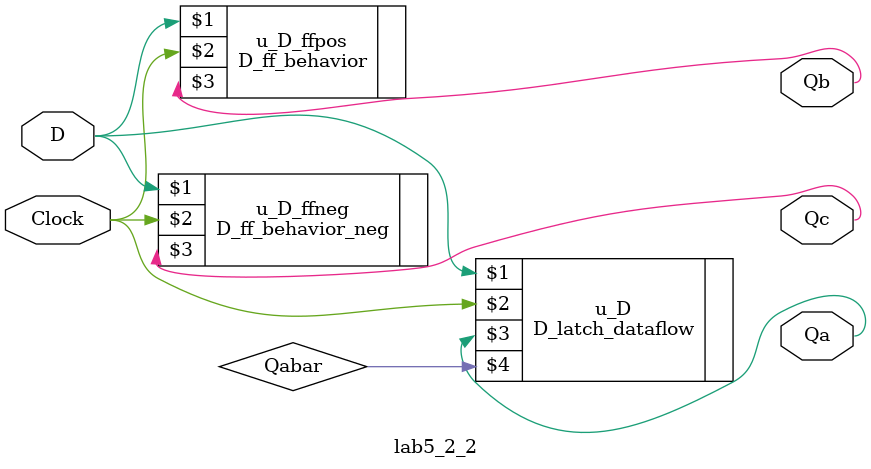
<source format=v>
`timescale 1ns / 1ps


module lab5_2_2(
    input Clock,
    input D,
    output Qa,
    output Qb,
    output Qc
    );
    wire Qa,Qb,Qc,Qabar;
    D_latch_dataflow u_D(D,Clock,Qa,Qabar);
    D_ff_behavior u_D_ffpos(D,Clock,Qb);
    D_ff_behavior_neg u_D_ffneg(D,Clock,Qc);
endmodule

</source>
